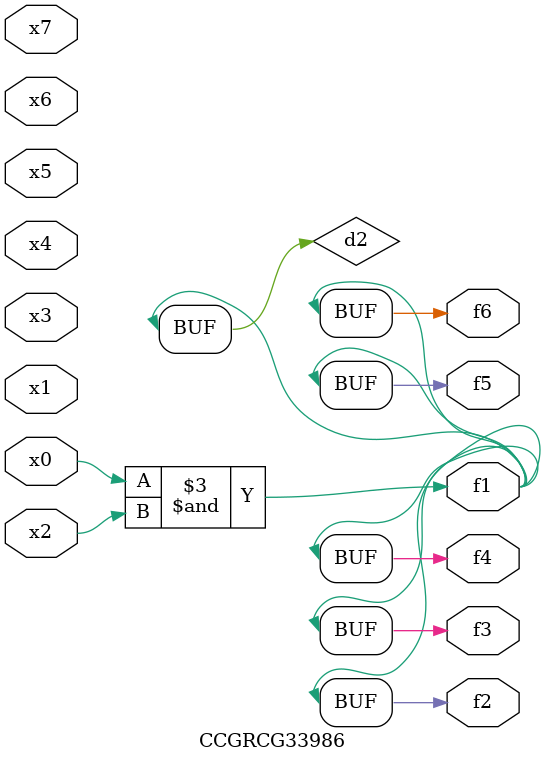
<source format=v>
module CCGRCG33986(
	input x0, x1, x2, x3, x4, x5, x6, x7,
	output f1, f2, f3, f4, f5, f6
);

	wire d1, d2;

	nor (d1, x3, x6);
	and (d2, x0, x2);
	assign f1 = d2;
	assign f2 = d2;
	assign f3 = d2;
	assign f4 = d2;
	assign f5 = d2;
	assign f6 = d2;
endmodule

</source>
